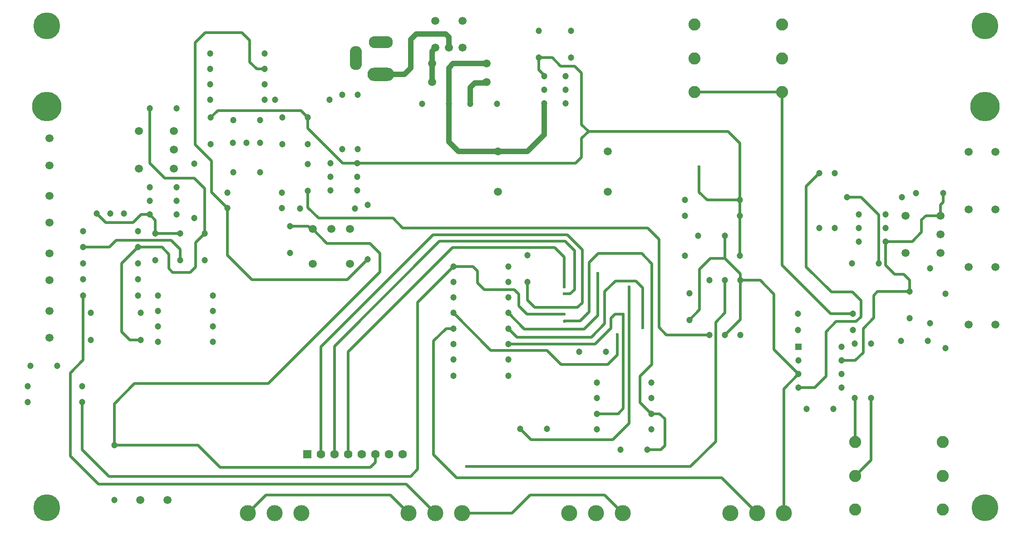
<source format=gbl>
G04*
G04 #@! TF.GenerationSoftware,Altium Limited,Altium Designer,24.4.1 (13)*
G04*
G04 Layer_Physical_Order=2*
G04 Layer_Color=16711680*
%FSLAX44Y44*%
%MOMM*%
G71*
G04*
G04 #@! TF.SameCoordinates,B5B0D8E5-B161-4E7D-91E4-E0B691D99E8F*
G04*
G04*
G04 #@! TF.FilePolarity,Positive*
G04*
G01*
G75*
%ADD13C,0.5000*%
%ADD37C,1.0000*%
%ADD38R,1.6000X1.6000*%
%ADD39C,1.6000*%
%ADD40C,1.5000*%
%ADD41C,1.2000*%
%ADD42O,5.0000X2.5000*%
%ADD43O,4.5000X2.2500*%
%ADD44O,2.2500X4.5000*%
%ADD45C,2.2500*%
%ADD46C,5.5000*%
%ADD47R,1.2000X1.2000*%
%ADD48C,3.0000*%
%ADD49C,5.0000*%
%ADD50C,0.6000*%
D13*
X1157000Y247000D02*
X1178000Y226000D01*
X1157000Y247000D02*
Y296000D01*
X1179000Y318000D01*
X1160000Y525000D02*
X1179000Y506000D01*
X1162250Y386250D02*
Y460750D01*
X1149000Y474000D02*
X1162250Y460750D01*
X1179000Y318000D02*
Y506000D01*
X1079000Y525000D02*
X1160000D01*
X1062000Y508000D02*
X1079000Y525000D01*
X1062000Y416000D02*
Y508000D01*
X1044950Y398950D02*
X1062000Y416000D01*
X1015350Y398950D02*
X1044950D01*
X1193000Y226000D02*
X1203000Y216000D01*
Y166000D02*
Y216000D01*
X1178000Y226000D02*
X1193000D01*
X1196000Y159000D02*
X1203000Y166000D01*
X1170000Y159000D02*
X1196000D01*
X1249000Y401000D02*
X1268000Y420000D01*
Y496000D01*
X1288000Y516000D01*
X1315000D01*
Y558000D01*
X1344000Y475000D02*
Y487000D01*
X1315000Y516000D02*
X1344000Y487000D01*
Y402000D02*
Y475000D01*
X1315000Y373000D02*
X1344000Y402000D01*
X1315000Y414000D02*
Y475000D01*
X1298000Y397000D02*
X1315000Y414000D01*
X1344000Y475000D02*
X1381000D01*
X1407000Y449000D01*
Y345500D02*
X1452500Y300000D01*
X1407000Y345500D02*
Y449000D01*
X1425000Y40000D02*
Y272500D01*
X1452500Y300000D01*
X242000Y694000D02*
Y796000D01*
Y694000D02*
X270000Y666000D01*
X325000D01*
X345000Y563000D02*
Y646000D01*
X325000Y666000D02*
X345000Y646000D01*
X328000Y500000D02*
Y546000D01*
X345000Y563000D01*
X318000Y490000D02*
X328000Y500000D01*
X285000Y490000D02*
X318000D01*
X278000Y497000D02*
X285000Y490000D01*
X278000Y497000D02*
Y524000D01*
X220000Y537000D02*
X265000D01*
X278000Y524000D01*
X282000Y550000D02*
X299000Y533000D01*
X180000Y550000D02*
X282000D01*
X167000Y537000D02*
X180000Y550000D01*
X299000Y513000D02*
Y533000D01*
X190000Y379000D02*
Y507000D01*
X220000Y537000D01*
X190000Y379000D02*
X205000Y364000D01*
X225500D01*
X691000Y74000D02*
X725000Y40000D01*
X459000Y74000D02*
X691000D01*
X425000Y40000D02*
X459000Y74000D01*
X1282000Y625000D02*
X1343000D01*
X1267000Y640000D02*
Y687000D01*
Y640000D02*
X1282000Y625000D01*
X1722000Y620853D02*
Y638000D01*
X1717000Y596000D02*
Y615853D01*
X1722000Y620853D01*
X1690000Y596000D02*
X1717000D01*
X1682000Y588000D02*
X1690000Y596000D01*
X1664600Y547600D02*
X1682000Y565000D01*
Y588000D01*
X1615000Y547600D02*
X1664600D01*
X1649000Y486000D02*
X1660000Y475000D01*
Y454000D02*
Y475000D01*
X1615000Y503000D02*
X1632000Y486000D01*
X1649000D01*
X1615000Y503000D02*
Y547600D01*
X1573000Y385000D02*
X1593000Y405000D01*
Y447000D02*
X1600000Y454000D01*
X1660000D01*
X1593000Y405000D02*
Y447000D01*
X1558400Y325400D02*
X1573000Y340000D01*
Y385000D01*
X1532500Y325400D02*
X1558400D01*
X1514000Y453000D02*
X1553000D01*
X1569000Y406929D02*
Y437000D01*
X1553000Y453000D02*
X1569000Y437000D01*
X1560071Y398000D02*
X1569000Y406929D01*
X1523000Y398000D02*
X1560071D01*
X1504000Y379000D02*
X1523000Y398000D01*
X1504000Y296000D02*
Y379000D01*
X1482600Y274600D02*
X1504000Y296000D01*
X1452500Y274600D02*
X1482600D01*
X1343000Y596000D02*
Y625000D01*
Y521000D02*
Y596000D01*
X1048000Y705000D02*
Y740000D01*
X629000Y693400D02*
X1036400D01*
X1048000Y705000D01*
Y740000D02*
X1061000Y753000D01*
X1321000D01*
X1048000Y766000D02*
X1061000Y753000D01*
X1048000Y766000D02*
Y862000D01*
X1343000Y625000D02*
Y731000D01*
X1321000Y753000D02*
X1343000Y731000D01*
X968000Y868171D02*
Y891000D01*
X978000Y856400D02*
Y858170D01*
X968000Y868171D02*
X978000Y858170D01*
X1009000Y875000D02*
X1035000D01*
X968000Y891000D02*
X993000D01*
X1009000Y875000D01*
X1035000D02*
X1048000Y862000D01*
X524000Y792000D02*
X537000Y779000D01*
X369000Y792000D02*
X524000D01*
X356000Y779000D02*
X369000Y792000D01*
X537000Y759000D02*
Y779000D01*
Y759000D02*
X602600Y693400D01*
X629000D01*
X573000Y544000D02*
X653000D01*
X672000Y525000D01*
Y491000D02*
Y525000D01*
X214000Y282000D02*
X463000D01*
X672000Y491000D01*
X771000Y560000D02*
X1021000D01*
X561500Y150000D02*
Y350500D01*
X771000Y560000D01*
X586900Y150000D02*
Y351900D01*
X783000Y548000D01*
X1017000D01*
X807000Y536000D02*
X998000D01*
X612300Y341300D02*
X807000Y536000D01*
X612300Y150000D02*
Y341300D01*
X543294Y571000D02*
X546000D01*
X504000Y576000D02*
X538294D01*
X543294Y571000D01*
X546000D02*
X573000Y544000D01*
X176000Y244000D02*
X214000Y282000D01*
X176000Y167000D02*
Y244000D01*
X654000Y126000D02*
X663100Y135100D01*
X373386Y126000D02*
X654000D01*
X663100Y135100D02*
Y150000D01*
X176000Y167000D02*
X332385D01*
X373386Y126000D01*
X1467000Y500000D02*
Y651000D01*
Y500000D02*
X1514000Y453000D01*
X1467000Y651000D02*
X1491000Y675000D01*
X1421500Y503500D02*
Y826500D01*
Y503500D02*
X1512500Y412500D01*
X1553500D01*
X1091000Y454000D02*
X1111000Y474000D01*
X1091000Y394000D02*
Y454000D01*
X1103000Y404000D02*
X1110650Y411650D01*
X1125350D01*
X1103000Y386000D02*
Y404000D01*
X1066000Y369000D02*
X1091000Y394000D01*
X1073000Y356000D02*
X1103000Y386000D01*
X1053000Y384000D02*
X1078000Y409000D01*
Y488000D01*
X911000Y414000D02*
X941000Y384000D01*
X1053000D01*
X931000Y427000D02*
X946350Y411650D01*
X1015350D01*
X927000Y369000D02*
X1066000D01*
X911000Y385000D02*
X927000Y369000D01*
X911000Y356000D02*
X1073000D01*
X878500Y344500D02*
X983000D01*
X1114564Y335564D02*
Y373637D01*
X1097000Y318000D02*
X1114564Y335564D01*
X1009500Y318000D02*
X1097000D01*
X983000Y344500D02*
X1009500Y318000D01*
X952000Y74000D02*
X1091000D01*
X1125000Y40000D01*
X825000D02*
X918000D01*
X952000Y74000D01*
X387000Y522000D02*
Y610000D01*
Y522000D02*
X433000Y476000D01*
X611000D02*
X649000Y514000D01*
X433000Y476000D02*
X611000D01*
X442000Y870000D02*
X457000D01*
X429000Y883000D02*
Y923000D01*
Y883000D02*
X442000Y870000D01*
X414000Y938000D02*
X429000Y923000D01*
X327000Y919000D02*
X346000Y938000D01*
X414000D01*
X327000Y728289D02*
X357598Y697691D01*
X327000Y728289D02*
Y919000D01*
X357598Y639403D02*
X387000Y610000D01*
X357598Y639403D02*
Y697691D01*
X833000Y127000D02*
X1251000D01*
X1298000Y174000D01*
X166000Y109000D02*
X729000D01*
X772000Y149000D02*
X815000Y106000D01*
X729000Y109000D02*
X742000Y122000D01*
Y434000D01*
X809000Y501000D01*
X1298000Y174000D02*
Y397000D01*
X998000Y536000D02*
X1015350Y518650D01*
Y462450D02*
Y518650D01*
X1035000Y458000D02*
Y530000D01*
X1017000Y548000D02*
X1035000Y530000D01*
X1049000Y433000D02*
Y532000D01*
X1021000Y560000D02*
X1049000Y532000D01*
X1026750Y449750D02*
X1035000Y458000D01*
X1015350Y449750D02*
X1026750D01*
X1015350Y424350D02*
X1040350D01*
X1049000Y433000D01*
X1111000Y474000D02*
X1149000D01*
X809000Y414000D02*
X878500Y344500D01*
X845000Y501000D02*
X854000Y492000D01*
Y470000D02*
X866000Y458000D01*
X854000Y470000D02*
Y492000D01*
X809000Y501000D02*
X845000D01*
X866000Y458000D02*
X922071D01*
X931000Y427000D02*
Y449071D01*
X922071Y458000D02*
X931000Y449071D01*
X960650Y424350D02*
X1015350D01*
X947000Y438000D02*
X960650Y424350D01*
X947000Y438000D02*
Y472000D01*
X1136550Y207550D02*
Y462450D01*
X1106000Y177000D02*
X1136550Y207550D01*
X954000Y177000D02*
X1106000D01*
X933000Y198000D02*
X954000Y177000D01*
X1116000Y226000D02*
X1125350Y235350D01*
Y411650D01*
X1076000Y226000D02*
X1116000D01*
X772000Y362000D02*
X795000Y385000D01*
X809000D01*
X772000Y149000D02*
Y362000D01*
X815000Y106000D02*
X1309000D01*
X1375000Y40000D01*
X537000Y611000D02*
X557000Y591000D01*
X696000D01*
X714000Y573000D01*
X537000Y611000D02*
Y642000D01*
X714000Y573000D02*
X1171000D01*
X1192000Y387000D02*
Y552000D01*
X1171000Y573000D02*
X1192000Y552000D01*
Y387000D02*
X1206000Y373000D01*
X1286000D01*
X116500Y158500D02*
X166000Y109000D01*
X116500Y158500D02*
Y247500D01*
X721000Y94000D02*
X775000Y40000D01*
X94000Y147000D02*
X147000Y94000D01*
X721000D01*
X94000Y147000D02*
Y302000D01*
X118000Y326000D01*
Y447000D01*
X1558500Y110000D02*
X1587500Y139000D01*
Y255000D01*
X1558000Y173500D02*
Y254500D01*
X1557500Y255000D02*
X1558000Y254500D01*
Y173500D02*
X1558500Y173000D01*
X1258500Y826500D02*
X1421500D01*
X1543000Y630000D02*
X1569000D01*
X1602000Y507000D02*
Y597000D01*
X1569000Y630000D02*
X1602000Y597000D01*
X118000Y537000D02*
X167000D01*
X253000Y563000D02*
X299000D01*
X242000Y598000D02*
X253000Y587000D01*
Y563000D02*
Y587000D01*
X160600Y583000D02*
X211000D01*
X226000Y598000D02*
X242000D01*
X211000Y583000D02*
X226000Y598000D01*
X143600Y600000D02*
X160600Y583000D01*
D37*
X946500Y715500D02*
X978000Y747000D01*
Y805600D01*
X892000Y715500D02*
X946500D01*
X800000Y734000D02*
X818500Y715500D01*
X892000D01*
X800000Y734000D02*
Y805000D01*
X870043Y844043D02*
X871000Y845000D01*
X849043Y844043D02*
X870043D01*
X840000Y835000D02*
X849043Y844043D01*
X840000Y805000D02*
Y835000D01*
X800000Y872000D02*
X808000Y880000D01*
X871000D01*
X800000Y805000D02*
Y872000D01*
X769000Y845000D02*
Y903027D01*
X774600Y908627D01*
Y909980D01*
X729000Y872000D02*
Y925000D01*
X739000Y935000D02*
X794142D01*
X729000Y925000D02*
X739000Y935000D01*
X673500Y860000D02*
X717000D01*
X729000Y872000D01*
X794142Y935000D02*
X800000Y929142D01*
Y909980D02*
Y929142D01*
D38*
X536100Y150000D02*
D03*
D39*
X561500D02*
D03*
X586900D02*
D03*
X612300D02*
D03*
X637700D02*
D03*
X663100D02*
D03*
X688500D02*
D03*
X713900D02*
D03*
D40*
X1717000Y561000D02*
D03*
Y596000D02*
D03*
Y526000D02*
D03*
X1652000Y596000D02*
D03*
Y526000D02*
D03*
X287000Y719000D02*
D03*
Y754000D02*
D03*
Y684000D02*
D03*
X222000Y754000D02*
D03*
Y684000D02*
D03*
X581000Y571000D02*
D03*
X546000D02*
D03*
X616000D02*
D03*
X546000Y506000D02*
D03*
X616000D02*
D03*
X825400Y960000D02*
D03*
X774600D02*
D03*
X825400Y909980D02*
D03*
X774600D02*
D03*
X800000D02*
D03*
X871000Y880000D02*
D03*
X769000D02*
D03*
Y845000D02*
D03*
X871000D02*
D03*
X892000Y640500D02*
D03*
Y715500D02*
D03*
X1097000D02*
D03*
Y640500D02*
D03*
X1770000Y715000D02*
D03*
X1820000D02*
D03*
Y607500D02*
D03*
X1770000D02*
D03*
X1820000Y500000D02*
D03*
X1770000D02*
D03*
Y392500D02*
D03*
X1820000D02*
D03*
X224600Y65000D02*
D03*
X275400D02*
D03*
X55000Y417500D02*
D03*
Y367500D02*
D03*
Y525000D02*
D03*
Y475000D02*
D03*
Y632500D02*
D03*
Y582500D02*
D03*
Y740000D02*
D03*
Y690000D02*
D03*
D41*
X345000Y513000D02*
D03*
Y563000D02*
D03*
X299000D02*
D03*
Y513000D02*
D03*
X253000D02*
D03*
Y563000D02*
D03*
X220000Y447000D02*
D03*
X118000D02*
D03*
X220000Y477000D02*
D03*
X118000D02*
D03*
X220000Y507000D02*
D03*
X118000D02*
D03*
Y537000D02*
D03*
X220000D02*
D03*
Y567000D02*
D03*
X118000D02*
D03*
X169000Y600000D02*
D03*
X194400D02*
D03*
X143600D02*
D03*
X132000Y364000D02*
D03*
Y414000D02*
D03*
X225500D02*
D03*
Y364000D02*
D03*
X258000Y360000D02*
D03*
X360000D02*
D03*
X258000Y389000D02*
D03*
X360000D02*
D03*
X258000Y418000D02*
D03*
X360000D02*
D03*
X258000Y447000D02*
D03*
X360000D02*
D03*
X242000Y623400D02*
D03*
Y648800D02*
D03*
Y598000D02*
D03*
X292000Y623400D02*
D03*
Y648800D02*
D03*
Y598000D02*
D03*
X355000Y812000D02*
D03*
X457000D02*
D03*
X355000Y841000D02*
D03*
X457000D02*
D03*
X355000Y870000D02*
D03*
X457000D02*
D03*
X355000Y899000D02*
D03*
X457000D02*
D03*
X476000Y812000D02*
D03*
X578000D02*
D03*
X398000Y774000D02*
D03*
X448000D02*
D03*
X356000Y779000D02*
D03*
Y729000D02*
D03*
X423000Y732000D02*
D03*
X397600D02*
D03*
X448400D02*
D03*
X325000Y693000D02*
D03*
Y591000D02*
D03*
X398000Y677000D02*
D03*
X448000D02*
D03*
X489000Y639000D02*
D03*
X387000D02*
D03*
X489000Y610000D02*
D03*
X387000D02*
D03*
X537000Y779000D02*
D03*
Y729000D02*
D03*
X490000Y779000D02*
D03*
Y729000D02*
D03*
X629000Y668000D02*
D03*
Y642600D02*
D03*
Y693400D02*
D03*
X579000Y668000D02*
D03*
Y642600D02*
D03*
Y693400D02*
D03*
X537000Y642000D02*
D03*
Y692000D02*
D03*
X523000Y609000D02*
D03*
X625000D02*
D03*
X504000Y576000D02*
D03*
Y526000D02*
D03*
X649000Y616000D02*
D03*
Y514000D02*
D03*
X630000Y720000D02*
D03*
Y822000D02*
D03*
X601000D02*
D03*
Y720000D02*
D03*
X800000Y805000D02*
D03*
X750000D02*
D03*
X890000D02*
D03*
X840000D02*
D03*
X968000Y941000D02*
D03*
Y891000D02*
D03*
X1028000D02*
D03*
Y941000D02*
D03*
X1018000Y831000D02*
D03*
Y805600D02*
D03*
Y856400D02*
D03*
X978000Y831000D02*
D03*
Y856400D02*
D03*
Y805600D02*
D03*
X1241000Y625000D02*
D03*
X1343000D02*
D03*
Y596000D02*
D03*
X1241000D02*
D03*
X1265000Y558000D02*
D03*
X1315000D02*
D03*
X1343000Y521000D02*
D03*
X1241000D02*
D03*
X1602000Y507000D02*
D03*
X1552000D02*
D03*
X1615000Y573000D02*
D03*
Y598400D02*
D03*
Y547600D02*
D03*
X1565000Y573000D02*
D03*
Y598400D02*
D03*
Y547600D02*
D03*
X1722000Y638000D02*
D03*
X1672000D02*
D03*
X1543000Y630000D02*
D03*
X1645000D02*
D03*
X1520000Y573000D02*
D03*
Y675000D02*
D03*
X1491000Y573000D02*
D03*
Y675000D02*
D03*
X1698000Y395000D02*
D03*
Y497000D02*
D03*
X1727000Y348000D02*
D03*
Y450000D02*
D03*
X1660000Y454000D02*
D03*
Y404000D02*
D03*
X1644000Y362000D02*
D03*
X1694000D02*
D03*
X1587500Y255000D02*
D03*
Y357000D02*
D03*
X1557500Y255000D02*
D03*
Y357000D02*
D03*
X1467500Y235000D02*
D03*
X1517500D02*
D03*
X1452500Y325400D02*
D03*
Y300000D02*
D03*
Y274600D02*
D03*
X1532500Y350800D02*
D03*
Y325400D02*
D03*
Y300000D02*
D03*
Y274600D02*
D03*
X1553500Y382500D02*
D03*
X1451500D02*
D03*
Y412500D02*
D03*
X1553500D02*
D03*
X1344000Y475000D02*
D03*
Y373000D02*
D03*
X1315000Y475000D02*
D03*
Y373000D02*
D03*
X1286000Y475000D02*
D03*
Y373000D02*
D03*
X1249000Y451000D02*
D03*
Y401000D02*
D03*
X1043000Y342000D02*
D03*
X1093000D02*
D03*
X947000Y472000D02*
D03*
Y522000D02*
D03*
X809000Y501000D02*
D03*
X911000D02*
D03*
X809000Y472000D02*
D03*
X911000D02*
D03*
Y443000D02*
D03*
X809000D02*
D03*
Y414000D02*
D03*
X911000D02*
D03*
X809000Y385000D02*
D03*
X911000D02*
D03*
Y356000D02*
D03*
X809000D02*
D03*
Y327000D02*
D03*
X911000D02*
D03*
X809000Y297000D02*
D03*
X911000D02*
D03*
X1076000Y284000D02*
D03*
X1178000D02*
D03*
Y255000D02*
D03*
X1076000D02*
D03*
Y226000D02*
D03*
X1178000D02*
D03*
X1076000Y197000D02*
D03*
X1178000D02*
D03*
X1120000Y159000D02*
D03*
X1170000D02*
D03*
X176000Y167000D02*
D03*
Y65000D02*
D03*
X14500Y247500D02*
D03*
X116500D02*
D03*
Y277500D02*
D03*
X14500D02*
D03*
X20000Y315000D02*
D03*
X70000D02*
D03*
X933000Y198000D02*
D03*
X983000D02*
D03*
X242000Y796000D02*
D03*
X292000D02*
D03*
D42*
X673500Y860000D02*
D03*
D43*
Y920000D02*
D03*
D44*
X626500Y890000D02*
D03*
D45*
X1421500Y952500D02*
D03*
Y889500D02*
D03*
Y826500D02*
D03*
X1258500D02*
D03*
Y889500D02*
D03*
Y952500D02*
D03*
X1558500Y47000D02*
D03*
Y110000D02*
D03*
Y173000D02*
D03*
X1721500D02*
D03*
Y110000D02*
D03*
Y47000D02*
D03*
D46*
X1800000Y800000D02*
D03*
X50000D02*
D03*
D47*
X1452500Y350800D02*
D03*
D48*
X1375000Y40000D02*
D03*
X1425000D02*
D03*
X1325000D02*
D03*
X1025000D02*
D03*
X1125000D02*
D03*
X1075000D02*
D03*
X775000D02*
D03*
X825000D02*
D03*
X725000D02*
D03*
X425000D02*
D03*
X525000D02*
D03*
X475000D02*
D03*
D49*
X1800000Y50000D02*
D03*
Y950000D02*
D03*
X50000D02*
D03*
Y50000D02*
D03*
D50*
X1015850Y398450D02*
D03*
X1267000Y687000D02*
D03*
X1078000Y488000D02*
D03*
X833000Y127000D02*
D03*
X1015350Y462450D02*
D03*
Y449750D02*
D03*
X1162250Y386250D02*
D03*
X1114564Y373637D02*
D03*
X1015350Y411650D02*
D03*
Y424350D02*
D03*
X1136550Y462450D02*
D03*
X1125350Y411650D02*
D03*
M02*

</source>
